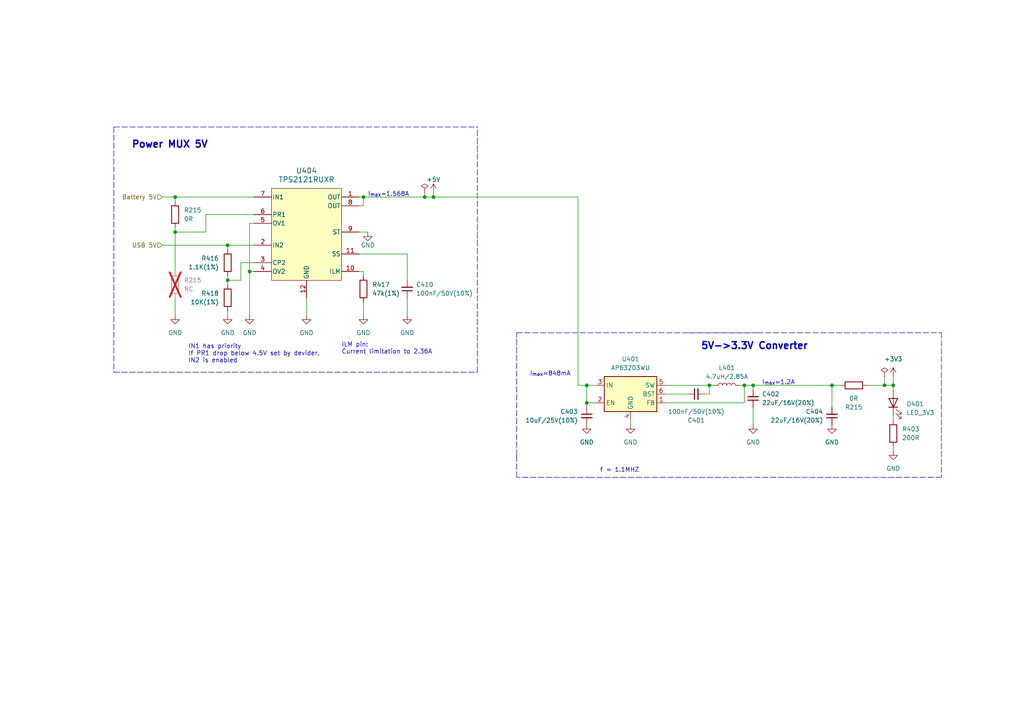
<source format=kicad_sch>
(kicad_sch (version 20230121) (generator eeschema)
  (paper "A4")
  (title_block (title "Radar Safety Sensor") (date "2023-12-20") (rev "Rev.: 1.0") (company "ALPS Electric Czech, s.r.o.") (comment 1 "Designed by Martin Tavoda"))
  (lib_symbols
    (symbol "Device:C_Small" (pin_numbers hide) (pin_names (offset 0.254) hide)
      (property "Reference" "C" (at 0.254 1.778 0))
      (property "Value" "C_Small" (at 0.254 -2.032 0))
      (symbol "C_Small_0_1"
        (polyline (pts (xy -1.524 -0.508) (xy 1.524 -0.508)) (stroke (width 0.3302)))
        (polyline (pts (xy -1.524 0.508) (xy 1.524 0.508)) (stroke (width 0.3048)))
      )
      (symbol "C_Small_1_1"
        (pin passive line (at 0 2.54 270) (length 2.032) (name "~") (number "1"))
        (pin passive line (at 0 -2.54 90) (length 2.032) (name "~") (number "2"))
      )
    )
    (symbol "Device:L" (pin_numbers hide) (pin_names (offset 1.016) hide)
      (property "Reference" "L" (at -1.27 0 90))
      (property "Value" "L" (at 1.905 0 90))
      (symbol "L_0_1"
        (arc (start 0 -2.54) (mid 0.6323 -1.905) (end 0 -1.27))
        (arc (start 0 -1.27) (mid 0.6323 -0.635) (end 0 0))
        (arc (start 0 0) (mid 0.6323 0.635) (end 0 1.27))
        (arc (start 0 1.27) (mid 0.6323 1.905) (end 0 2.54))
      )
      (symbol "L_1_1"
        (pin passive line (at 0 3.81 270) (length 1.27) (name "1") (number "1"))
        (pin passive line (at 0 -3.81 90) (length 1.27) (name "2") (number "2"))
      )
    )
    (symbol "Device:LED" (pin_numbers hide) (pin_names (offset 1.016) hide)
      (property "Reference" "D" (at 0 2.54 0))
      (property "Value" "LED" (at 0 -2.54 0))
      (symbol "LED_0_1"
        (polyline (pts (xy -1.27 -1.27) (xy -1.27 1.27)) (stroke (width 0.254)))
        (polyline (pts (xy -1.27 0) (xy 1.27 0)))
        (polyline (pts (xy 1.27 -1.27) (xy 1.27 1.27) (xy -1.27 0) (xy 1.27 -1.27)) (stroke (width 0.254)))
        (polyline (pts (xy -3.048 -0.762) (xy -4.572 -2.286) (xy -3.81 -2.286) (xy -4.572 -2.286) (xy -4.572 -1.524)))
        (polyline (pts (xy -1.778 -0.762) (xy -3.302 -2.286) (xy -2.54 -2.286) (xy -3.302 -2.286) (xy -3.302 -1.524)))
      )
      (symbol "LED_1_1"
        (pin passive line (at -3.81 0 0) (length 2.54) (name "K") (number "1"))
        (pin passive line (at 3.81 0 180) (length 2.54) (name "A") (number "2"))
      )
    )
    (symbol "Device:R" (pin_numbers hide) (pin_names (offset 0))
      (property "Reference" "R" (at 2.032 0 90))
      (property "Value" "R" (at 0 0 90))
      (symbol "R_0_1"
        (rectangle (start -1.016 -2.54) (end 1.016 2.54) (stroke (width 0.254)))
      )
      (symbol "R_1_1"
        (pin passive line (at 0 3.81 270) (length 1.27) (name "~") (number "1"))
        (pin passive line (at 0 -3.81 90) (length 1.27) (name "~") (number "2"))
      )
    )
    (symbol "Regulator_Switching:AP63205WU"
      (property "Reference" "U" (at -7.62 6.35 0))
      (property "Value" "AP63205WU" (at 2.54 6.35 0))
      (symbol "AP63205WU_0_1"
        (rectangle (start -7.62 5.08) (end 7.62 -5.08) (stroke (width 0.254)) (fill (type background)))
      )
      (symbol "AP63205WU_1_1"
        (pin input line (at 10.16 -2.54 180) (length 2.54) (name "FB") (number "1"))
        (pin input line (at -10.16 -2.54 0) (length 2.54) (name "EN") (number "2"))
        (pin power_in line (at -10.16 2.54 0) (length 2.54) (name "IN") (number "3"))
        (pin power_in line (at 0 -7.62 90) (length 2.54) (name "GND") (number "4"))
        (pin output line (at 10.16 2.54 180) (length 2.54) (name "SW") (number "5"))
        (pin passive line (at 10.16 0 180) (length 2.54) (name "BST") (number "6"))
      )
    )
    (symbol "TPS2121:TPS2121RUXR" (pin_names (offset 0.254))
      (property "Reference" "U404" (at 0 27.94 0))
      (property "Value" "TPS2121RUXR" (at 0 25.4 0))
      (symbol "TPS2121RUXR_0_1"
        (pin power_in line (at 15.24 20.32 180) (length 5.08) (name "OUT") (number "1"))
        (pin bidirectional line (at 15.24 -1.27 180) (length 5.08) (name "ILM") (number "10"))
        (pin bidirectional line (at 15.24 3.81 180) (length 5.08) (name "SS") (number "11"))
        (pin power_in line (at 0 -8.89 90) (length 5.08) (name "GND") (number "12"))
        (pin power_in line (at -15.24 6.35 0) (length 5.08) (name "IN2") (number "2"))
        (pin input line (at -15.24 1.27 0) (length 5.08) (name "CP2") (number "3"))
        (pin input line (at -15.24 -1.27 0) (length 5.08) (name "OV2") (number "4"))
        (pin input line (at -15.24 12.7 0) (length 5.08) (name "OV1") (number "5"))
        (pin input line (at -15.24 15.24 0) (length 5.08) (name "PR1") (number "6"))
        (pin power_in line (at -15.24 20.32 0) (length 5.08) (name "IN1") (number "7"))
        (pin power_in line (at 15.24 17.78 180) (length 5.08) (name "OUT") (number "8"))
        (pin output line (at 15.24 10.16 180) (length 5.08) (name "ST") (number "9"))
      )
      (symbol "TPS2121RUXR_1_1"
        (rectangle (start -10.16 22.86) (end 10.16 -3.81) (fill (type background)))
      )
    )
    (symbol "power:+3V3" (power) (pin_names (offset 0))
      (property "Value" "+3V3" (at 0 3.556 0))
      (symbol "+3V3_0_1"
        (polyline (pts (xy -0.762 1.27) (xy 0 2.54)))
        (polyline (pts (xy 0 0) (xy 0 2.54)))
        (polyline (pts (xy 0 2.54) (xy 0.762 1.27)))
      )
      (symbol "+3V3_1_1"
        (pin power_in line (at 0 0 90) (length 0) hide (name "+3V3") (number "1"))
      )
    )
    (symbol "power:+5V" (power) (pin_names (offset 0))
      (property "Value" "+5V" (at 0 3.556 0))
      (symbol "+5V_0_1"
        (polyline (pts (xy -0.762 1.27) (xy 0 2.54)))
        (polyline (pts (xy 0 0) (xy 0 2.54)))
        (polyline (pts (xy 0 2.54) (xy 0.762 1.27)))
      )
      (symbol "+5V_1_1"
        (pin power_in line (at 0 0 90) (length 0) hide (name "+5V") (number "1"))
      )
    )
    (symbol "power:GND" (power) (pin_names (offset 0))
      (property "Value" "GND" (at 0 -3.81 0))
      (symbol "GND_0_1"
        (polyline (pts (xy 0 0) (xy 0 -1.27) (xy 1.27 -1.27) (xy 0 -2.54) (xy -1.27 -1.27) (xy 0 -1.27)))
      )
      (symbol "GND_1_1"
        (pin power_in line (at 0 0 270) (length 0) hide (name "GND") (number "1"))
      )
    )
    (symbol "power:PWR_FLAG" (power) (pin_numbers hide) (pin_names (offset 0) hide)
      (property "Value" "PWR_FLAG" (at 0 3.81 0))
      (symbol "PWR_FLAG_0_0"
        (pin power_out line (at 0 0 90) (length 0) (name "pwr") (number "1"))
      )
      (symbol "PWR_FLAG_0_1"
        (polyline (pts (xy 0 0) (xy 0 1.27) (xy -1.016 1.905) (xy 0 2.54) (xy 1.016 1.905) (xy 0 1.27)))
      )
    )
  )
  (junction (at 215.9 111.76))
  (junction (at 72.39 78.74))
  (junction (at 241.3 111.76))
  (junction (at 66.04 71.12))
  (junction (at 123.19 57.15))
  (junction (at 259.08 111.76))
  (junction (at 218.44 111.76))
  (junction (at 125.73 57.15))
  (junction (at 50.8 57.15))
  (junction (at 66.04 81.28))
  (junction (at 170.18 116.84))
  (junction (at 50.8 67.31))
  (junction (at 205.74 111.76))
  (junction (at 170.18 111.76))
  (junction (at 256.54 111.76))
  (junction (at 105.41 57.15))
  (wire (pts (xy 105.41 57.15) (xy 123.19 57.15)))
  (wire (pts (xy 259.08 111.76) (xy 259.08 113.03)))
  (wire (pts (xy 46.99 57.15) (xy 50.8 57.15)))
  (polyline (pts (xy 171.45 138.43) (xy 149.86 138.43)) (stroke (width 0) (type dash)))
  (wire (pts (xy 50.8 66.04) (xy 50.8 67.31)))
  (wire (pts (xy 46.99 71.12) (xy 66.04 71.12)))
  (polyline (pts (xy 219.71 96.52) (xy 199.39 96.52)) (stroke (width 0) (type dash)))
  (wire (pts (xy 125.73 55.88) (xy 125.73 57.15)))
  (wire (pts (xy 193.04 114.3) (xy 199.39 114.3)))
  (wire (pts (xy 73.66 76.2) (xy 69.85 76.2)))
  (wire (pts (xy 59.69 62.23) (xy 59.69 67.31)))
  (wire (pts (xy 193.04 111.76) (xy 205.74 111.76)))
  (wire (pts (xy 118.11 91.44) (xy 118.11 86.36)))
  (wire (pts (xy 105.41 57.15) (xy 105.41 59.69)))
  (wire (pts (xy 218.44 111.76) (xy 215.9 111.76)))
  (wire (pts (xy 218.44 111.76) (xy 241.3 111.76)))
  (polyline (pts (xy 138.43 107.95) (xy 138.43 36.83)) (stroke (width 0) (type dash)))
  (wire (pts (xy 259.08 111.76) (xy 256.54 111.76)))
  (polyline (pts (xy 273.05 138.43) (xy 171.45 138.43)) (stroke (width 0) (type dash)))
  (wire (pts (xy 59.69 62.23) (xy 73.66 62.23)))
  (wire (pts (xy 105.41 80.01) (xy 105.41 78.74)))
  (wire (pts (xy 215.9 111.76) (xy 214.63 111.76)))
  (wire (pts (xy 215.9 116.84) (xy 215.9 111.76)))
  (polyline (pts (xy 273.05 96.52) (xy 273.05 138.43)) (stroke (width 0) (type dash)))
  (wire (pts (xy 182.88 123.19) (xy 182.88 121.92)))
  (wire (pts (xy 218.44 123.19) (xy 218.44 118.11)))
  (wire (pts (xy 72.39 64.77) (xy 72.39 78.74)))
  (polyline (pts (xy 149.86 138.43) (xy 149.86 132.08)) (stroke (width 0) (type dash)))
  (wire (pts (xy 170.18 111.76) (xy 172.72 111.76)))
  (wire (pts (xy 50.8 86.36) (xy 50.8 91.44)))
  (wire (pts (xy 69.85 76.2) (xy 69.85 81.28)))
  (wire (pts (xy 193.04 116.84) (xy 215.9 116.84)))
  (polyline (pts (xy 149.86 96.52) (xy 218.44 96.52)) (stroke (width 0) (type dash)))
  (wire (pts (xy 105.41 91.44) (xy 105.41 87.63)))
  (wire (pts (xy 104.14 67.31) (xy 106.68 67.31)))
  (wire (pts (xy 66.04 80.01) (xy 66.04 81.28)))
  (wire (pts (xy 118.11 73.66) (xy 104.14 73.66)))
  (polyline (pts (xy 33.02 36.83) (xy 138.43 36.83)) (stroke (width 0) (type dash)))
  (wire (pts (xy 88.9 91.44) (xy 88.9 86.36)))
  (wire (pts (xy 259.08 129.54) (xy 259.08 130.81)))
  (polyline (pts (xy 33.02 107.95) (xy 138.43 107.95)) (stroke (width 0) (type dash)))
  (wire (pts (xy 104.14 59.69) (xy 105.41 59.69)))
  (polyline (pts (xy 33.02 36.83) (xy 33.02 107.95)) (stroke (width 0) (type dash)))
  (wire (pts (xy 104.14 57.15) (xy 105.41 57.15)))
  (wire (pts (xy 72.39 78.74) (xy 72.39 91.44)))
  (wire (pts (xy 66.04 90.17) (xy 66.04 91.44)))
  (wire (pts (xy 118.11 81.28) (xy 118.11 73.66)))
  (wire (pts (xy 66.04 71.12) (xy 73.66 71.12)))
  (wire (pts (xy 170.18 111.76) (xy 170.18 116.84)))
  (wire (pts (xy 72.39 78.74) (xy 73.66 78.74)))
  (wire (pts (xy 241.3 118.11) (xy 241.3 111.76)))
  (polyline (pts (xy 219.71 96.52) (xy 273.05 96.52)) (stroke (width 0) (type dash)))
  (wire (pts (xy 123.19 55.88) (xy 123.19 57.15)))
  (wire (pts (xy 205.74 114.3) (xy 205.74 111.76)))
  (wire (pts (xy 205.74 111.76) (xy 207.01 111.76)))
  (wire (pts (xy 50.8 78.74) (xy 50.8 67.31)))
  (wire (pts (xy 218.44 111.76) (xy 218.44 113.03)))
  (wire (pts (xy 256.54 109.22) (xy 256.54 111.76)))
  (wire (pts (xy 125.73 57.15) (xy 123.19 57.15)))
  (wire (pts (xy 66.04 72.39) (xy 66.04 71.12)))
  (wire (pts (xy 69.85 81.28) (xy 66.04 81.28)))
  (wire (pts (xy 259.08 120.65) (xy 259.08 121.92)))
  (wire (pts (xy 167.64 111.76) (xy 170.18 111.76)))
  (polyline (pts (xy 149.86 132.08) (xy 149.86 96.52)) (stroke (width 0) (type dash)))
  (wire (pts (xy 251.46 111.76) (xy 256.54 111.76)))
  (wire (pts (xy 204.47 114.3) (xy 205.74 114.3)))
  (wire (pts (xy 59.69 67.31) (xy 50.8 67.31)))
  (wire (pts (xy 50.8 57.15) (xy 73.66 57.15)))
  (wire (pts (xy 170.18 116.84) (xy 170.18 118.11)))
  (wire (pts (xy 259.08 109.22) (xy 259.08 111.76)))
  (wire (pts (xy 105.41 78.74) (xy 104.14 78.74)))
  (wire (pts (xy 167.64 57.15) (xy 167.64 111.76)))
  (wire (pts (xy 167.64 57.15) (xy 125.73 57.15)))
  (wire (pts (xy 241.3 111.76) (xy 243.84 111.76)))
  (wire (pts (xy 66.04 81.28) (xy 66.04 82.55)))
  (wire (pts (xy 73.66 64.77) (xy 72.39 64.77)))
  (wire (pts (xy 170.18 116.84) (xy 172.72 116.84)))
  (wire (pts (xy 50.8 57.15) (xy 50.8 58.42)))
  (text "ILM pin:\nCurrent limitation to 2.36A" (at 99.06 102.87 0) (effects (font (size 1.27 1.27)) (justify left bottom)))
  (text "IN1 has priority\nIf PR1 drop below 4.5V set by devider, \nIN2 is enabled" (at 54.61 105.41 0) (effects (font (size 1.27 1.27)) (justify left bottom)))
  (text "I_{max}=1.2A" (at 220.98 111.76 0) (effects (font (size 1.27 1.27)) (justify left bottom)))
  (text "I_{max}=848mA" (at 153.67 109.22 0) (effects (font (size 1.27 1.27)) (justify left bottom)))
  (text "5V->3.3V Converter" (at 203.2 101.6 0) (effects (font (size 2 2) (thickness 0.4) bold) (justify left bottom)))
  (text "I_{max}=1.568A" (at 106.68 57.15 0) (effects (font (size 1.27 1.27)) (justify left bottom)))
  (text "Power MUX 5V" (at 38.1 43.18 0) (effects (font (size 2 2) (thickness 0.4) bold) (justify left bottom)))
  (text "f = 1.1MHZ" (at 173.99 137.16 0) (effects (font (size 1.27 1.27)) (justify left bottom)))
  (hierarchical_label "Battery 5V" (shape input) (at 46.99 57.15 180))
  (hierarchical_label "USB 5V" (shape input) (at 46.99 71.12 180))
  (symbol (lib_id "Device:LED") (at 259.08 116.84 90) (unit 1)
    (property "Reference" "D401" (at 262.89 117.1575 90) (effects (justify right)))
    (property "Value" "LED_3V3" (at 262.89 119.6975 90) (effects (justify right)))
    (property "Footprint" "LED_SMD:LED_0603_1608Metric" (effects hide))
    (property "LCSC" "C497937" (effects hide))
    (instances (project "CycloRadarDemoKit" (path "" (reference "D401") (unit 1)) (path "" (reference "D801") (unit 1))))
  )
  (symbol (lib_id "Device:C_Small") (at 170.18 120.65 0) (mirror y) (unit 1)
    (property "Reference" "C403" (at 167.64 119.3863 0) (effects (justify left)))
    (property "Value" "10uF/25V(10%)" (at 167.64 121.9263 0) (effects (justify left)))
    (property "Footprint" "Capacitor_SMD:C_1206_3216Metric" (effects hide))
    (property "LCSC" "C77090" (effects hide))
    (instances (project "CycloRadarDemoKit" (path "" (reference "C403") (unit 1)) (path "" (reference "C804") (unit 1))))
  )
  (symbol (lib_id "power:GND") (at 259.08 130.81 0) (unit 1)
    (property "Reference" "#PWR0408" (effects hide))
    (property "Value" "GND" (at 259.08 135.89 0))
    (instances (project "CycloRadarDemoKit" (path "" (reference "#PWR0408") (unit 1)) (path "" (reference "#PWR0814") (unit 1))))
  )
  (symbol (lib_id "power:GND") (at 50.8 91.44 0) (unit 1)
    (property "Reference" "#PWR0428" (effects hide))
    (property "Value" "GND" (at 50.8 96.52 0))
    (instances (project "CycloRadarDemoKit" (path "" (reference "#PWR0428") (unit 1)) (path "" (reference "#PWR0803") (unit 1))))
  )
  (symbol (lib_id "power:GND") (at 218.44 123.19 0) (unit 1)
    (property "Reference" "#PWR0406" (effects hide))
    (property "Value" "GND" (at 218.44 128.27 0))
    (instances (project "CycloRadarDemoKit" (path "" (reference "#PWR0406") (unit 1)) (path "" (reference "#PWR0812") (unit 1))))
  )
  (symbol (lib_id "power:PWR_FLAG") (at 256.54 109.22 0) (unit 1)
    (property "Reference" "#FLG0401" (effects hide))
    (property "Value" "PWR_FLAG" (effects hide))
    (instances (project "CycloRadarDemoKit" (path "" (reference "#FLG0401") (unit 1)) (path "" (reference "#FLG0802") (unit 1))))
  )
  (symbol (lib_id "power:GND") (at 118.11 91.44 0) (unit 1)
    (property "Reference" "#PWR0427" (effects hide))
    (property "Value" "GND" (at 118.11 96.52 0))
    (instances (project "CycloRadarDemoKit" (path "" (reference "#PWR0427") (unit 1)) (path "" (reference "#PWR0808") (unit 1))))
  )
  (symbol (lib_id "power:PWR_FLAG") (at 123.19 55.88 0) (unit 1)
    (property "Reference" "#FLG0403" (effects hide))
    (property "Value" "PWR_FLAG" (effects hide))
    (instances (project "CycloRadarDemoKit" (path "" (reference "#FLG0403") (unit 1)) (path "" (reference "#FLG0801") (unit 1))))
  )
  (symbol (lib_id "Device:R") (at 105.41 83.82 0) (unit 1)
    (property "Reference" "R417" (at 107.95 82.55 0) (effects (justify left)))
    (property "Value" "47k(1%)" (at 107.95 85.09 0) (effects (justify left)))
    (property "Footprint" "Resistor_SMD:R_0603_1608Metric" (effects hide))
    (property "LCSC" "C25819" (effects hide))
    (instances (project "CycloRadarDemoKit" (path "" (reference "R417") (unit 1)) (path "" (reference "R804") (unit 1))))
  )
  (symbol (lib_id "Device:R") (at 247.65 111.76 90) (unit 1)
    (property "Reference" "R215" (at 247.65 118.11 90))
    (property "Value" "0R" (at 247.65 115.57 90))
    (property "Footprint" "Resistor_SMD:R_0805_2012Metric" (effects hide))
    (property "LCSC" "C17477" (effects hide))
    (instances (project "CycloRadarDemoKit" (path "" (reference "R215") (unit 1)) (path "" (reference "R402") (unit 1)) (path "" (reference "R806") (unit 1))))
  )
  (symbol (lib_id "power:GND") (at 182.88 123.19 0) (unit 1)
    (property "Reference" "#PWR0405" (effects hide))
    (property "Value" "GND" (at 182.88 128.27 0))
    (instances (project "CycloRadarDemoKit" (path "" (reference "#PWR0405") (unit 1)) (path "" (reference "#PWR0811") (unit 1))))
  )
  (symbol (lib_id "power:GND") (at 66.04 91.44 0) (unit 1)
    (property "Reference" "#PWR0429" (effects hide))
    (property "Value" "GND" (at 66.04 96.52 0))
    (instances (project "CycloRadarDemoKit" (path "" (reference "#PWR0429") (unit 1)) (path "" (reference "#PWR0804") (unit 1))))
  )
  (symbol (lib_id "Device:C_Small") (at 201.93 114.3 90) (mirror x) (unit 1)
    (property "Reference" "C401" (at 201.93 121.92 90))
    (property "Value" "100nF/50V(10%)" (at 201.93 119.38 90))
    (property "Footprint" "Capacitor_SMD:C_0603_1608Metric" (effects hide))
    (property "LCSC" "C14663" (effects hide))
    (instances (project "CycloRadarDemoKit" (path "" (reference "C401") (unit 1)) (path "" (reference "C802") (unit 1))))
  )
  (symbol (lib_id "Device:R") (at 50.8 62.23 180) (unit 1)
    (property "Reference" "R215" (at 53.34 60.96 0) (effects (justify right)))
    (property "Value" "0R" (at 53.34 63.5 0) (effects (justify right)))
    (property "Footprint" "Resistor_SMD:R_0805_2012Metric" (effects hide))
    (property "LCSC" "C17477" (effects hide))
    (instances (project "CycloRadarDemoKit" (path "" (reference "R215") (unit 1)) (path "" (reference "R413") (unit 1)) (path "" (reference "R801") (unit 1))))
  )
  (symbol (lib_id "Device:R") (at 66.04 86.36 0) (unit 1)
    (property "Reference" "R418" (at 63.5 85.09 0) (effects (justify right)))
    (property "Value" "10K(1%)" (at 63.5 87.63 0) (effects (justify right)))
    (property "Footprint" "Resistor_SMD:R_0603_1608Metric" (effects hide))
    (property "LCSC" "C25804" (effects hide))
    (instances (project "CycloRadarDemoKit" (path "" (reference "R418") (unit 1)) (path "" (reference "R805") (unit 1))))
  )
  (symbol (lib_id "Device:C_Small") (at 118.11 83.82 180) (unit 1)
    (property "Reference" "C410" (at 120.65 82.5436 0) (effects (justify right)))
    (property "Value" "100nF/50V(10%)" (at 120.65 85.0836 0) (effects (justify right)))
    (property "Footprint" "Capacitor_SMD:C_0603_1608Metric" (effects hide))
    (property "LCSC" "C14663" (effects hide))
    (instances (project "CycloRadarDemoKit" (path "" (reference "C410") (unit 1)) (path "" (reference "C801") (unit 1))))
  )
  (symbol (lib_id "Device:R") (at 259.08 125.73 0) (unit 1)
    (property "Reference" "R403" (at 261.62 124.46 0) (effects (justify left)))
    (property "Value" "200R" (at 261.62 127 0) (effects (justify left)))
    (property "Footprint" "Resistor_SMD:R_0603_1608Metric" (effects hide))
    (property "LCSC" "C8218" (effects hide))
    (instances (project "CycloRadarDemoKit" (path "" (reference "R403") (unit 1)) (path "" (reference "R807") (unit 1))))
  )
  (symbol (lib_id "Device:C_Small") (at 218.44 115.57 180) (unit 1)
    (property "Reference" "C402" (at 220.98 114.3 0) (effects (justify right)))
    (property "Value" "22uF/16V(20%)" (at 220.98 116.8336 0) (effects (justify right)))
    (property "Footprint" "Capacitor_SMD:C_1206_3216Metric" (effects hide))
    (property "LCSC" "C87162" (effects hide))
    (instances (project "CycloRadarDemoKit" (path "" (reference "C402") (unit 1)) (path "" (reference "C803") (unit 1))))
  )
  (symbol (lib_id "Device:R") (at 66.04 76.2 0) (unit 1)
    (property "Reference" "R416" (at 63.5 74.93 0) (effects (justify right)))
    (property "Value" "1.1K(1%)" (at 63.5 77.47 0) (effects (justify right)))
    (property "Footprint" "Resistor_SMD:R_0603_1608Metric" (effects hide))
    (property "LCSC" "C22764" (effects hide))
    (instances (project "CycloRadarDemoKit" (path "" (reference "R416") (unit 1)) (path "" (reference "R802") (unit 1))))
  )
  (symbol (lib_id "Device:R") (at 50.8 82.55 180) (unit 1) (dnp yes)
    (property "Reference" "R215" (at 53.34 81.28 0) (effects (justify right)))
    (property "Value" "NC" (at 53.34 83.82 0) (effects (justify right)))
    (property "Footprint" "Resistor_SMD:R_0805_2012Metric" (effects hide))
    (instances (project "CycloRadarDemoKit" (path "" (reference "R215") (unit 1)) (path "" (reference "R415") (unit 1)) (path "" (reference "R803") (unit 1))))
  )
  (symbol (lib_id "power:+3V3") (at 259.08 109.22 0) (unit 1)
    (property "Reference" "#PWR0403" (effects hide))
    (property "Value" "+3V3" (at 259.08 104.14 0))
    (instances (project "CycloRadarDemoKit" (path "" (reference "#PWR0403") (unit 1)) (path "" (reference "#PWR0809") (unit 1))))
  )
  (symbol (lib_id "Device:L") (at 210.82 111.76 90) (unit 1)
    (property "Reference" "L401" (at 210.82 106.68 90))
    (property "Value" "4.7uH/2.85A" (at 210.82 109.22 90))
    (property "Footprint" "Inductor_SMD:L_Sunlord_SWPA4020S" (effects hide))
    (property "Datasheet" "https://datasheet.lcsc.com/lcsc/2310251551_Sunlord-WPN4020H4R7MT_C98363.pdf" (effects hide))
    (property "LCSC" "C98363" (effects hide))
    (property "Name" "WPN4020H4R7MT" (effects hide))
    (instances (project "CycloRadarDemoKit" (path "" (reference "L401") (unit 1)) (path "" (reference "L801") (unit 1))))
  )
  (symbol (lib_id "TPS2121:TPS2121RUXR") (at 88.9 77.47 0) (unit 1)
    (property "Reference" "U404" (at 88.9 49.53 0) (effects (font (size 1.524 1.524))))
    (property "Value" "TPS2121RUXR" (at 88.9 52.07 0) (effects (font (size 1.524 1.524))))
    (property "Footprint" "TPS2121:TPS2121" (effects hide))
    (property "Datasheet" "TPS2121RUXR" (effects hide))
    (property "LCSC" "C485916" (effects hide))
    (instances (project "CycloRadarDemoKit" (path "" (reference "U404") (unit 1)) (path "" (reference "U801") (unit 1))))
  )
  (symbol (lib_id "power:GND") (at 241.3 123.19 0) (mirror y) (unit 1)
    (property "Reference" "#PWR0407" (effects hide))
    (property "Value" "GND" (at 241.3 128.27 0))
    (instances (project "CycloRadarDemoKit" (path "" (reference "#PWR0407") (unit 1)) (path "" (reference "#PWR0813") (unit 1))))
  )
  (symbol (lib_id "power:GND") (at 88.9 91.44 0) (unit 1)
    (property "Reference" "#PWR0425" (effects hide))
    (property "Value" "GND" (at 88.9 96.52 0))
    (instances (project "CycloRadarDemoKit" (path "" (reference "#PWR0425") (unit 1)) (path "" (reference "#PWR0806") (unit 1))))
  )
  (symbol (lib_id "power:GND") (at 105.41 91.44 0) (unit 1)
    (property "Reference" "#PWR0426" (effects hide))
    (property "Value" "GND" (at 105.41 96.52 0))
    (instances (project "CycloRadarDemoKit" (path "" (reference "#PWR0426") (unit 1)) (path "" (reference "#PWR0807") (unit 1))))
  )
  (symbol (lib_id "power:GND") (at 170.18 123.19 0) (unit 1)
    (property "Reference" "#PWR0404" (effects hide))
    (property "Value" "GND" (at 170.18 128.27 0))
    (instances (project "CycloRadarDemoKit" (path "" (reference "#PWR0404") (unit 1)) (path "" (reference "#PWR0810") (unit 1))))
  )
  (symbol (lib_id "power:+5V") (at 125.73 55.88 0) (unit 1)
    (property "Reference" "#PWR0415" (effects hide))
    (property "Value" "+5V" (at 125.73 52.07 0))
    (instances (project "CycloRadarDemoKit" (path "" (reference "#PWR0415") (unit 1)) (path "" (reference "#PWR0801") (unit 1))))
  )
  (symbol (lib_id "Regulator_Switching:AP63205WU") (at 182.88 114.3 0) (unit 1)
    (property "Reference" "U401" (at 182.88 104.14 0))
    (property "Value" "AP63203WU" (at 182.88 106.68 0))
    (property "Footprint" "Package_TO_SOT_SMD:TSOT-23-6" (effects hide))
    (property "Datasheet" "https://www.diodes.com/assets/Datasheets/AP63200-AP63201-AP63203-AP63205.pdf" (effects hide))
    (property "LCSC" "C780769" (effects hide))
    (instances (project "CycloRadarDemoKit" (path "" (reference "U401") (unit 1)) (path "" (reference "U802") (unit 1))))
  )
  (symbol (lib_id "power:GND") (at 72.39 91.44 0) (unit 1)
    (property "Reference" "#PWR0430" (effects hide))
    (property "Value" "GND" (at 72.39 96.52 0))
    (instances (project "CycloRadarDemoKit" (path "" (reference "#PWR0430") (unit 1)) (path "" (reference "#PWR0805") (unit 1))))
  )
  (symbol (lib_id "power:GND") (at 106.68 67.31 0) (unit 1)
    (property "Reference" "#PWR0422" (effects hide))
    (property "Value" "GND" (at 106.68 71.12 0))
    (instances (project "CycloRadarDemoKit" (path "" (reference "#PWR0422") (unit 1)) (path "" (reference "#PWR0802") (unit 1))))
  )
  (symbol (lib_id "Device:C_Small") (at 241.3 120.65 0) (mirror x) (unit 1)
    (property "Reference" "C404" (at 238.76 119.38 0) (effects (justify right)))
    (property "Value" "22uF/16V(20%)" (at 238.76 121.9136 0) (effects (justify right)))
    (property "Footprint" "Capacitor_SMD:C_1206_3216Metric" (effects hide))
    (property "LCSC" "C87162" (effects hide))
    (instances (project "CycloRadarDemoKit" (path "" (reference "C404") (unit 1)) (path "" (reference "C805") (unit 1))))
  )
)
</source>
